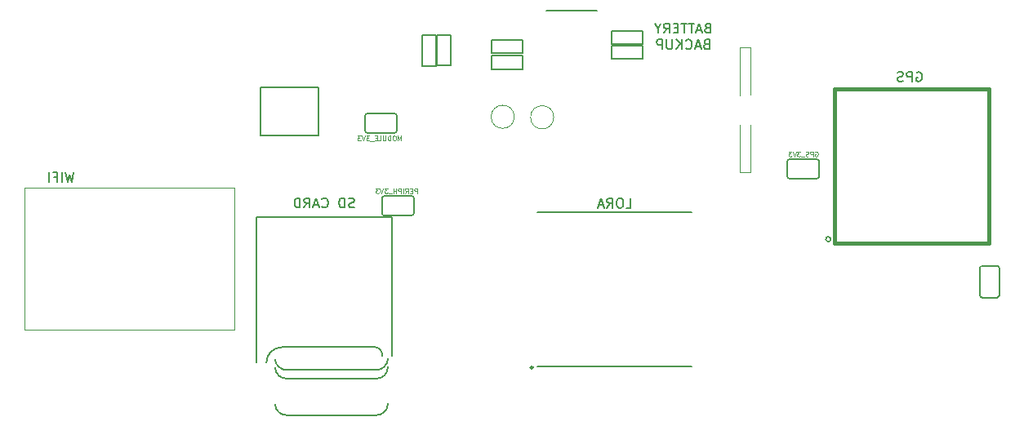
<source format=gbr>
G04 #@! TF.GenerationSoftware,KiCad,Pcbnew,(5.0.0)*
G04 #@! TF.CreationDate,2018-12-27T15:43:29-06:00*
G04 #@! TF.ProjectId,fk-core,666B2D636F72652E6B696361645F7063,0.1*
G04 #@! TF.SameCoordinates,PX791ddc0PY791ddc0*
G04 #@! TF.FileFunction,Legend,Bot*
G04 #@! TF.FilePolarity,Positive*
%FSLAX46Y46*%
G04 Gerber Fmt 4.6, Leading zero omitted, Abs format (unit mm)*
G04 Created by KiCad (PCBNEW (5.0.0)) date 12/27/18 15:43:29*
%MOMM*%
%LPD*%
G01*
G04 APERTURE LIST*
%ADD10C,0.180000*%
%ADD11C,0.100000*%
%ADD12C,0.120000*%
%ADD13C,0.150000*%
%ADD14C,0.127000*%
%ADD15C,0.152400*%
%ADD16C,0.381000*%
%ADD17C,0.300000*%
G04 APERTURE END LIST*
D10*
X18248000Y16024429D02*
X18105142Y15976810D01*
X18057523Y15929191D01*
X18009904Y15833953D01*
X18009904Y15691096D01*
X18057523Y15595858D01*
X18105142Y15548239D01*
X18200380Y15500620D01*
X18581333Y15500620D01*
X18581333Y16500620D01*
X18248000Y16500620D01*
X18152761Y16453000D01*
X18105142Y16405381D01*
X18057523Y16310143D01*
X18057523Y16214905D01*
X18105142Y16119667D01*
X18152761Y16072048D01*
X18248000Y16024429D01*
X18581333Y16024429D01*
X17628952Y15786334D02*
X17152761Y15786334D01*
X17724190Y15500620D02*
X17390857Y16500620D01*
X17057523Y15500620D01*
X16867047Y16500620D02*
X16295619Y16500620D01*
X16581333Y15500620D02*
X16581333Y16500620D01*
X16105142Y16500620D02*
X15533714Y16500620D01*
X15819428Y15500620D02*
X15819428Y16500620D01*
X15200380Y16024429D02*
X14867047Y16024429D01*
X14724190Y15500620D02*
X15200380Y15500620D01*
X15200380Y16500620D01*
X14724190Y16500620D01*
X13724190Y15500620D02*
X14057523Y15976810D01*
X14295619Y15500620D02*
X14295619Y16500620D01*
X13914666Y16500620D01*
X13819428Y16453000D01*
X13771809Y16405381D01*
X13724190Y16310143D01*
X13724190Y16167286D01*
X13771809Y16072048D01*
X13819428Y16024429D01*
X13914666Y15976810D01*
X14295619Y15976810D01*
X13105142Y15976810D02*
X13105142Y15500620D01*
X13438476Y16500620D02*
X13105142Y15976810D01*
X12771809Y16500620D01*
X18128952Y14344429D02*
X17986095Y14296810D01*
X17938476Y14249191D01*
X17890857Y14153953D01*
X17890857Y14011096D01*
X17938476Y13915858D01*
X17986095Y13868239D01*
X18081333Y13820620D01*
X18462285Y13820620D01*
X18462285Y14820620D01*
X18128952Y14820620D01*
X18033714Y14773000D01*
X17986095Y14725381D01*
X17938476Y14630143D01*
X17938476Y14534905D01*
X17986095Y14439667D01*
X18033714Y14392048D01*
X18128952Y14344429D01*
X18462285Y14344429D01*
X17509904Y14106334D02*
X17033714Y14106334D01*
X17605142Y13820620D02*
X17271809Y14820620D01*
X16938476Y13820620D01*
X16033714Y13915858D02*
X16081333Y13868239D01*
X16224190Y13820620D01*
X16319428Y13820620D01*
X16462285Y13868239D01*
X16557523Y13963477D01*
X16605142Y14058715D01*
X16652761Y14249191D01*
X16652761Y14392048D01*
X16605142Y14582524D01*
X16557523Y14677762D01*
X16462285Y14773000D01*
X16319428Y14820620D01*
X16224190Y14820620D01*
X16081333Y14773000D01*
X16033714Y14725381D01*
X15605142Y13820620D02*
X15605142Y14820620D01*
X15033714Y13820620D02*
X15462285Y14392048D01*
X15033714Y14820620D02*
X15605142Y14249191D01*
X14605142Y14820620D02*
X14605142Y14011096D01*
X14557523Y13915858D01*
X14509904Y13868239D01*
X14414666Y13820620D01*
X14224190Y13820620D01*
X14128952Y13868239D01*
X14081333Y13915858D01*
X14033714Y14011096D01*
X14033714Y14820620D01*
X13557523Y13820620D02*
X13557523Y14820620D01*
X13176571Y14820620D01*
X13081333Y14773000D01*
X13033714Y14725381D01*
X12986095Y14630143D01*
X12986095Y14487286D01*
X13033714Y14392048D01*
X13081333Y14344429D01*
X13176571Y14296810D01*
X13557523Y14296810D01*
X39957285Y11422000D02*
X40052523Y11469620D01*
X40195380Y11469620D01*
X40338238Y11422000D01*
X40433476Y11326762D01*
X40481095Y11231524D01*
X40528714Y11041048D01*
X40528714Y10898191D01*
X40481095Y10707715D01*
X40433476Y10612477D01*
X40338238Y10517239D01*
X40195380Y10469620D01*
X40100142Y10469620D01*
X39957285Y10517239D01*
X39909666Y10564858D01*
X39909666Y10898191D01*
X40100142Y10898191D01*
X39481095Y10469620D02*
X39481095Y11469620D01*
X39100142Y11469620D01*
X39004904Y11422000D01*
X38957285Y11374381D01*
X38909666Y11279143D01*
X38909666Y11136286D01*
X38957285Y11041048D01*
X39004904Y10993429D01*
X39100142Y10945810D01*
X39481095Y10945810D01*
X38528714Y10517239D02*
X38385857Y10469620D01*
X38147761Y10469620D01*
X38052523Y10517239D01*
X38004904Y10564858D01*
X37957285Y10660096D01*
X37957285Y10755334D01*
X38004904Y10850572D01*
X38052523Y10898191D01*
X38147761Y10945810D01*
X38338238Y10993429D01*
X38433476Y11041048D01*
X38481095Y11088667D01*
X38528714Y11183905D01*
X38528714Y11279143D01*
X38481095Y11374381D01*
X38433476Y11422000D01*
X38338238Y11469620D01*
X38100142Y11469620D01*
X37957285Y11422000D01*
X9804257Y-2636780D02*
X10280447Y-2636780D01*
X10280447Y-1636780D01*
X9280447Y-1636780D02*
X9089971Y-1636780D01*
X8994733Y-1684400D01*
X8899495Y-1779638D01*
X8851876Y-1970114D01*
X8851876Y-2303447D01*
X8899495Y-2493923D01*
X8994733Y-2589161D01*
X9089971Y-2636780D01*
X9280447Y-2636780D01*
X9375685Y-2589161D01*
X9470923Y-2493923D01*
X9518542Y-2303447D01*
X9518542Y-1970114D01*
X9470923Y-1779638D01*
X9375685Y-1684400D01*
X9280447Y-1636780D01*
X7851876Y-2636780D02*
X8185209Y-2160590D01*
X8423304Y-2636780D02*
X8423304Y-1636780D01*
X8042352Y-1636780D01*
X7947114Y-1684400D01*
X7899495Y-1732019D01*
X7851876Y-1827257D01*
X7851876Y-1970114D01*
X7899495Y-2065352D01*
X7947114Y-2112971D01*
X8042352Y-2160590D01*
X8423304Y-2160590D01*
X7470923Y-2351066D02*
X6994733Y-2351066D01*
X7566161Y-2636780D02*
X7232828Y-1636780D01*
X6899495Y-2636780D01*
X-47434667Y1055620D02*
X-47672762Y55620D01*
X-47863239Y769905D01*
X-48053715Y55620D01*
X-48291810Y1055620D01*
X-48672762Y55620D02*
X-48672762Y1055620D01*
X-49482286Y579429D02*
X-49148953Y579429D01*
X-49148953Y55620D02*
X-49148953Y1055620D01*
X-49625143Y1055620D01*
X-50006096Y55620D02*
X-50006096Y1055620D01*
X-18367762Y-2563761D02*
X-18510620Y-2611380D01*
X-18748715Y-2611380D01*
X-18843953Y-2563761D01*
X-18891572Y-2516142D01*
X-18939191Y-2420904D01*
X-18939191Y-2325666D01*
X-18891572Y-2230428D01*
X-18843953Y-2182809D01*
X-18748715Y-2135190D01*
X-18558239Y-2087571D01*
X-18463000Y-2039952D01*
X-18415381Y-1992333D01*
X-18367762Y-1897095D01*
X-18367762Y-1801857D01*
X-18415381Y-1706619D01*
X-18463000Y-1659000D01*
X-18558239Y-1611380D01*
X-18796334Y-1611380D01*
X-18939191Y-1659000D01*
X-19367762Y-2611380D02*
X-19367762Y-1611380D01*
X-19605858Y-1611380D01*
X-19748715Y-1659000D01*
X-19843953Y-1754238D01*
X-19891572Y-1849476D01*
X-19939191Y-2039952D01*
X-19939191Y-2182809D01*
X-19891572Y-2373285D01*
X-19843953Y-2468523D01*
X-19748715Y-2563761D01*
X-19605858Y-2611380D01*
X-19367762Y-2611380D01*
X-21701096Y-2516142D02*
X-21653477Y-2563761D01*
X-21510620Y-2611380D01*
X-21415381Y-2611380D01*
X-21272524Y-2563761D01*
X-21177286Y-2468523D01*
X-21129667Y-2373285D01*
X-21082048Y-2182809D01*
X-21082048Y-2039952D01*
X-21129667Y-1849476D01*
X-21177286Y-1754238D01*
X-21272524Y-1659000D01*
X-21415381Y-1611380D01*
X-21510620Y-1611380D01*
X-21653477Y-1659000D01*
X-21701096Y-1706619D01*
X-22082048Y-2325666D02*
X-22558239Y-2325666D01*
X-21986810Y-2611380D02*
X-22320143Y-1611380D01*
X-22653477Y-2611380D01*
X-23558239Y-2611380D02*
X-23224905Y-2135190D01*
X-22986810Y-2611380D02*
X-22986810Y-1611380D01*
X-23367762Y-1611380D01*
X-23463000Y-1659000D01*
X-23510620Y-1706619D01*
X-23558239Y-1801857D01*
X-23558239Y-1944714D01*
X-23510620Y-2039952D01*
X-23463000Y-2087571D01*
X-23367762Y-2135190D01*
X-22986810Y-2135190D01*
X-23986810Y-2611380D02*
X-23986810Y-1611380D01*
X-24224905Y-1611380D01*
X-24367762Y-1659000D01*
X-24463000Y-1754238D01*
X-24510620Y-1849476D01*
X-24558239Y-2039952D01*
X-24558239Y-2182809D01*
X-24510620Y-2373285D01*
X-24463000Y-2468523D01*
X-24367762Y-2563761D01*
X-24224905Y-2611380D01*
X-23986810Y-2611380D01*
D11*
X29432095Y3171000D02*
X29479714Y3194810D01*
X29551142Y3194810D01*
X29622571Y3171000D01*
X29670190Y3123381D01*
X29694000Y3075762D01*
X29717809Y2980524D01*
X29717809Y2909096D01*
X29694000Y2813858D01*
X29670190Y2766239D01*
X29622571Y2718620D01*
X29551142Y2694810D01*
X29503523Y2694810D01*
X29432095Y2718620D01*
X29408285Y2742429D01*
X29408285Y2909096D01*
X29503523Y2909096D01*
X29194000Y2694810D02*
X29194000Y3194810D01*
X29003523Y3194810D01*
X28955904Y3171000D01*
X28932095Y3147191D01*
X28908285Y3099572D01*
X28908285Y3028143D01*
X28932095Y2980524D01*
X28955904Y2956715D01*
X29003523Y2932905D01*
X29194000Y2932905D01*
X28717809Y2718620D02*
X28646380Y2694810D01*
X28527333Y2694810D01*
X28479714Y2718620D01*
X28455904Y2742429D01*
X28432095Y2790048D01*
X28432095Y2837667D01*
X28455904Y2885286D01*
X28479714Y2909096D01*
X28527333Y2932905D01*
X28622571Y2956715D01*
X28670190Y2980524D01*
X28694000Y3004334D01*
X28717809Y3051953D01*
X28717809Y3099572D01*
X28694000Y3147191D01*
X28670190Y3171000D01*
X28622571Y3194810D01*
X28503523Y3194810D01*
X28432095Y3171000D01*
X28336857Y2647191D02*
X27955904Y2647191D01*
X27884476Y3194810D02*
X27574952Y3194810D01*
X27741619Y3004334D01*
X27670190Y3004334D01*
X27622571Y2980524D01*
X27598761Y2956715D01*
X27574952Y2909096D01*
X27574952Y2790048D01*
X27598761Y2742429D01*
X27622571Y2718620D01*
X27670190Y2694810D01*
X27813047Y2694810D01*
X27860666Y2718620D01*
X27884476Y2742429D01*
X27432095Y3194810D02*
X27265428Y2694810D01*
X27098761Y3194810D01*
X26979714Y3194810D02*
X26670190Y3194810D01*
X26836857Y3004334D01*
X26765428Y3004334D01*
X26717809Y2980524D01*
X26694000Y2956715D01*
X26670190Y2909096D01*
X26670190Y2790048D01*
X26694000Y2742429D01*
X26717809Y2718620D01*
X26765428Y2694810D01*
X26908285Y2694810D01*
X26955904Y2718620D01*
X26979714Y2742429D01*
X-11850953Y-1115190D02*
X-11850953Y-615190D01*
X-12041429Y-615190D01*
X-12089048Y-639000D01*
X-12112858Y-662809D01*
X-12136667Y-710428D01*
X-12136667Y-781857D01*
X-12112858Y-829476D01*
X-12089048Y-853285D01*
X-12041429Y-877095D01*
X-11850953Y-877095D01*
X-12350953Y-853285D02*
X-12517620Y-853285D01*
X-12589048Y-1115190D02*
X-12350953Y-1115190D01*
X-12350953Y-615190D01*
X-12589048Y-615190D01*
X-13089048Y-1115190D02*
X-12922381Y-877095D01*
X-12803334Y-1115190D02*
X-12803334Y-615190D01*
X-12993810Y-615190D01*
X-13041429Y-639000D01*
X-13065239Y-662809D01*
X-13089048Y-710428D01*
X-13089048Y-781857D01*
X-13065239Y-829476D01*
X-13041429Y-853285D01*
X-12993810Y-877095D01*
X-12803334Y-877095D01*
X-13303334Y-1115190D02*
X-13303334Y-615190D01*
X-13541429Y-1115190D02*
X-13541429Y-615190D01*
X-13731905Y-615190D01*
X-13779524Y-639000D01*
X-13803334Y-662809D01*
X-13827143Y-710428D01*
X-13827143Y-781857D01*
X-13803334Y-829476D01*
X-13779524Y-853285D01*
X-13731905Y-877095D01*
X-13541429Y-877095D01*
X-14041429Y-1115190D02*
X-14041429Y-615190D01*
X-14041429Y-853285D02*
X-14327143Y-853285D01*
X-14327143Y-1115190D02*
X-14327143Y-615190D01*
X-14446191Y-1162809D02*
X-14827143Y-1162809D01*
X-14898572Y-615190D02*
X-15208096Y-615190D01*
X-15041429Y-805666D01*
X-15112858Y-805666D01*
X-15160477Y-829476D01*
X-15184286Y-853285D01*
X-15208096Y-900904D01*
X-15208096Y-1019952D01*
X-15184286Y-1067571D01*
X-15160477Y-1091380D01*
X-15112858Y-1115190D01*
X-14970000Y-1115190D01*
X-14922381Y-1091380D01*
X-14898572Y-1067571D01*
X-15350953Y-615190D02*
X-15517620Y-1115190D01*
X-15684286Y-615190D01*
X-15803334Y-615190D02*
X-16112858Y-615190D01*
X-15946191Y-805666D01*
X-16017620Y-805666D01*
X-16065239Y-829476D01*
X-16089048Y-853285D01*
X-16112858Y-900904D01*
X-16112858Y-1019952D01*
X-16089048Y-1067571D01*
X-16065239Y-1091380D01*
X-16017620Y-1115190D01*
X-15874762Y-1115190D01*
X-15827143Y-1091380D01*
X-15803334Y-1067571D01*
X-13498000Y4345810D02*
X-13498000Y4845810D01*
X-13664667Y4488667D01*
X-13831334Y4845810D01*
X-13831334Y4345810D01*
X-14164667Y4845810D02*
X-14259905Y4845810D01*
X-14307524Y4822000D01*
X-14355143Y4774381D01*
X-14378953Y4679143D01*
X-14378953Y4512477D01*
X-14355143Y4417239D01*
X-14307524Y4369620D01*
X-14259905Y4345810D01*
X-14164667Y4345810D01*
X-14117048Y4369620D01*
X-14069429Y4417239D01*
X-14045620Y4512477D01*
X-14045620Y4679143D01*
X-14069429Y4774381D01*
X-14117048Y4822000D01*
X-14164667Y4845810D01*
X-14593239Y4345810D02*
X-14593239Y4845810D01*
X-14712286Y4845810D01*
X-14783715Y4822000D01*
X-14831334Y4774381D01*
X-14855143Y4726762D01*
X-14878953Y4631524D01*
X-14878953Y4560096D01*
X-14855143Y4464858D01*
X-14831334Y4417239D01*
X-14783715Y4369620D01*
X-14712286Y4345810D01*
X-14593239Y4345810D01*
X-15093239Y4845810D02*
X-15093239Y4441048D01*
X-15117048Y4393429D01*
X-15140858Y4369620D01*
X-15188477Y4345810D01*
X-15283715Y4345810D01*
X-15331334Y4369620D01*
X-15355143Y4393429D01*
X-15378953Y4441048D01*
X-15378953Y4845810D01*
X-15855143Y4345810D02*
X-15617048Y4345810D01*
X-15617048Y4845810D01*
X-16021810Y4607715D02*
X-16188477Y4607715D01*
X-16259905Y4345810D02*
X-16021810Y4345810D01*
X-16021810Y4845810D01*
X-16259905Y4845810D01*
X-16355143Y4298191D02*
X-16736096Y4298191D01*
X-16807524Y4845810D02*
X-17117048Y4845810D01*
X-16950381Y4655334D01*
X-17021810Y4655334D01*
X-17069429Y4631524D01*
X-17093239Y4607715D01*
X-17117048Y4560096D01*
X-17117048Y4441048D01*
X-17093239Y4393429D01*
X-17069429Y4369620D01*
X-17021810Y4345810D01*
X-16878953Y4345810D01*
X-16831334Y4369620D01*
X-16807524Y4393429D01*
X-17259905Y4845810D02*
X-17426572Y4345810D01*
X-17593239Y4845810D01*
X-17712286Y4845810D02*
X-18021810Y4845810D01*
X-17855143Y4655334D01*
X-17926572Y4655334D01*
X-17974191Y4631524D01*
X-17998000Y4607715D01*
X-18021810Y4560096D01*
X-18021810Y4441048D01*
X-17998000Y4393429D01*
X-17974191Y4369620D01*
X-17926572Y4345810D01*
X-17783715Y4345810D01*
X-17736096Y4369620D01*
X-17712286Y4393429D01*
D12*
G04 #@! TO.C,J19*
X-1771800Y6807200D02*
G75*
G03X-1771800Y6807200I-1200000J0D01*
G01*
G04 #@! TO.C,J18*
X2317600Y6756400D02*
G75*
G03X2317600Y6756400I-1200000J0D01*
G01*
D13*
G04 #@! TO.C,J9*
X5161000Y17789000D02*
X3161000Y17789000D01*
X3151000Y17789000D02*
X1551000Y17789000D01*
X6771000Y17789000D02*
X5171000Y17789000D01*
D11*
G04 #@! TO.C,U1*
X-52516100Y-509260D02*
X-30796100Y-509260D01*
X-30796100Y-509260D02*
X-30796100Y-15239260D01*
X-30796100Y-15239260D02*
X-52516100Y-15239260D01*
X-52516100Y-15239260D02*
X-52516100Y-509260D01*
D14*
G04 #@! TO.C,M7*
X-28475940Y-18694400D02*
X-28475940Y-3594100D01*
X-28475940Y-3594100D02*
X-14478000Y-3594100D01*
X-14478000Y-3594100D02*
X-14478000Y-17995900D01*
X-16177260Y-17094200D02*
X-25877520Y-17094200D01*
X-16075660Y-19453860D02*
X-25275540Y-19453860D01*
X-16075660Y-20355560D02*
X-25275540Y-20355560D01*
X-16075660Y-24155400D02*
X-25275540Y-24155400D01*
X-16174720Y-17094200D02*
G75*
G02X-15476220Y-17995900I-101600J-800100D01*
G01*
X-27477720Y-18694400D02*
G75*
G02X-25877520Y-17094200I1600200J0D01*
G01*
X-14876780Y-18254980D02*
G75*
G02X-16075660Y-19453860I-1198880J0D01*
G01*
X-25278080Y-19453860D02*
G75*
G02X-26576020Y-18354040I-99060J1198880D01*
G01*
X-14874240Y-19154140D02*
G75*
G02X-16075660Y-20355560I-1201420J0D01*
G01*
X-25275540Y-20353020D02*
G75*
G02X-26576020Y-19255740I-101600J1198880D01*
G01*
X-14874240Y-22953980D02*
G75*
G02X-16075660Y-24155400I-1201420J0D01*
G01*
X-25275540Y-24152860D02*
G75*
G02X-26576020Y-23055580I-101600J1198880D01*
G01*
D15*
G04 #@! TO.C,J12*
X46482000Y-8890000D02*
X46482000Y-11684000D01*
X48260000Y-8636000D02*
G75*
G02X48514000Y-8890000I0J-254000D01*
G01*
X48514000Y-11684000D02*
G75*
G02X48260000Y-11938000I-254000J0D01*
G01*
X46482000Y-11684000D02*
G75*
G03X46736000Y-11938000I254000J0D01*
G01*
X46736000Y-8636000D02*
G75*
G03X46482000Y-8890000I0J-254000D01*
G01*
X46736000Y-8636000D02*
X48260000Y-8636000D01*
X46736000Y-11938000D02*
X48260000Y-11938000D01*
X48514000Y-11684000D02*
X48514000Y-8890000D01*
D13*
G04 #@! TO.C,U10*
X31038800Y-5892800D02*
G75*
G03X31038800Y-5892800I-254000J0D01*
G01*
D16*
X31419800Y1727200D02*
X31419800Y-6273800D01*
X31419800Y-6273800D02*
X47421800Y-6273800D01*
X47421800Y-6273800D02*
X47421800Y7726680D01*
X47421800Y7726680D02*
X47421800Y9728200D01*
X47421800Y9728200D02*
X31419800Y9728200D01*
X31419800Y9728200D02*
X31419800Y1727200D01*
D11*
G04 #@! TO.C,BT1*
X22676804Y5935907D02*
X22676804Y5941195D01*
X21635121Y14010273D02*
X21635121Y9023942D01*
X22676804Y9103258D02*
X22676804Y14010273D01*
X21635121Y6009935D02*
X21635121Y1023604D01*
X22676804Y14010273D02*
X21635121Y14010273D01*
X22676804Y1023604D02*
X22676804Y5935907D01*
X21635121Y1023604D02*
X22676804Y1023604D01*
D13*
G04 #@! TO.C,R23*
X8356800Y14311400D02*
X8356800Y15711400D01*
X11556800Y14311400D02*
X11556800Y15711400D01*
X8356800Y14311400D02*
X11556800Y14311400D01*
X11556800Y15711400D02*
X8356800Y15711400D01*
G04 #@! TO.C,R30*
X8345000Y12787400D02*
X8345000Y14187400D01*
X11545000Y12787400D02*
X11545000Y14187400D01*
X8345000Y12787400D02*
X11545000Y12787400D01*
X11545000Y14187400D02*
X8345000Y14187400D01*
D17*
G04 #@! TO.C,U3*
X106711Y-19196000D02*
G75*
G03X106711Y-19196000I-70711J0D01*
G01*
D13*
X636000Y-19096000D02*
X16636000Y-19096000D01*
X636000Y-3096000D02*
X16636000Y-3096000D01*
D15*
G04 #@! TO.C,J2*
X-15240000Y-3429000D02*
X-12446000Y-3429000D01*
X-15494000Y-1651000D02*
G75*
G02X-15240000Y-1397000I254000J0D01*
G01*
X-12446000Y-1397000D02*
G75*
G02X-12192000Y-1651000I0J-254000D01*
G01*
X-12446000Y-3429000D02*
G75*
G03X-12192000Y-3175000I0J254000D01*
G01*
X-15494000Y-3175000D02*
G75*
G03X-15240000Y-3429000I254000J0D01*
G01*
X-15494000Y-3175000D02*
X-15494000Y-1651000D01*
X-12192000Y-3175000D02*
X-12192000Y-1651000D01*
X-12446000Y-1397000D02*
X-15240000Y-1397000D01*
G04 #@! TO.C,J14*
X-14198600Y7162800D02*
X-16992600Y7162800D01*
X-13944600Y5384800D02*
G75*
G02X-14198600Y5130800I-254000J0D01*
G01*
X-16992600Y5130800D02*
G75*
G02X-17246600Y5384800I0J254000D01*
G01*
X-16992600Y7162800D02*
G75*
G03X-17246600Y6908800I0J-254000D01*
G01*
X-13944600Y6908800D02*
G75*
G03X-14198600Y7162800I-254000J0D01*
G01*
X-13944600Y6908800D02*
X-13944600Y5384800D01*
X-17246600Y6908800D02*
X-17246600Y5384800D01*
X-16992600Y5130800D02*
X-14198600Y5130800D01*
D13*
G04 #@! TO.C,U14*
X-28095200Y9866000D02*
X-22095200Y9866000D01*
X-28095200Y9866000D02*
X-28095200Y4866000D01*
X-28095200Y4866000D02*
X-22095200Y4866000D01*
X-22095200Y4866000D02*
X-22095200Y9866000D01*
G04 #@! TO.C,C14*
X-4089276Y11752695D02*
X-889276Y11752695D01*
X-889276Y13152695D02*
X-4089276Y13152695D01*
X-4089276Y13152695D02*
X-4089276Y11752695D01*
X-889276Y13152695D02*
X-889276Y11752695D01*
D15*
G04 #@! TO.C,J1*
X26797000Y381000D02*
X29591000Y381000D01*
X26543000Y2159000D02*
G75*
G02X26797000Y2413000I254000J0D01*
G01*
X29591000Y2413000D02*
G75*
G02X29845000Y2159000I0J-254000D01*
G01*
X29591000Y381000D02*
G75*
G03X29845000Y635000I0J254000D01*
G01*
X26543000Y635000D02*
G75*
G03X26797000Y381000I254000J0D01*
G01*
X26543000Y635000D02*
X26543000Y2159000D01*
X29845000Y635000D02*
X29845000Y2159000D01*
X29591000Y2413000D02*
X26797000Y2413000D01*
D13*
G04 #@! TO.C,R26*
X-11291800Y15290600D02*
X-11291800Y12090600D01*
X-9891800Y12090600D02*
X-9891800Y15290600D01*
X-9891800Y15290600D02*
X-11291800Y15290600D01*
X-9891800Y12090600D02*
X-11291800Y12090600D01*
G04 #@! TO.C,R27*
X-9767800Y15316000D02*
X-9767800Y12116000D01*
X-8367800Y12116000D02*
X-8367800Y15316000D01*
X-8367800Y15316000D02*
X-9767800Y15316000D01*
X-8367800Y12116000D02*
X-9767800Y12116000D01*
G04 #@! TO.C,R31*
X-889276Y14803695D02*
X-889276Y13403695D01*
X-4089276Y14803695D02*
X-4089276Y13403695D01*
X-889276Y14803695D02*
X-4089276Y14803695D01*
X-4089276Y13403695D02*
X-889276Y13403695D01*
G04 #@! TD*
M02*

</source>
